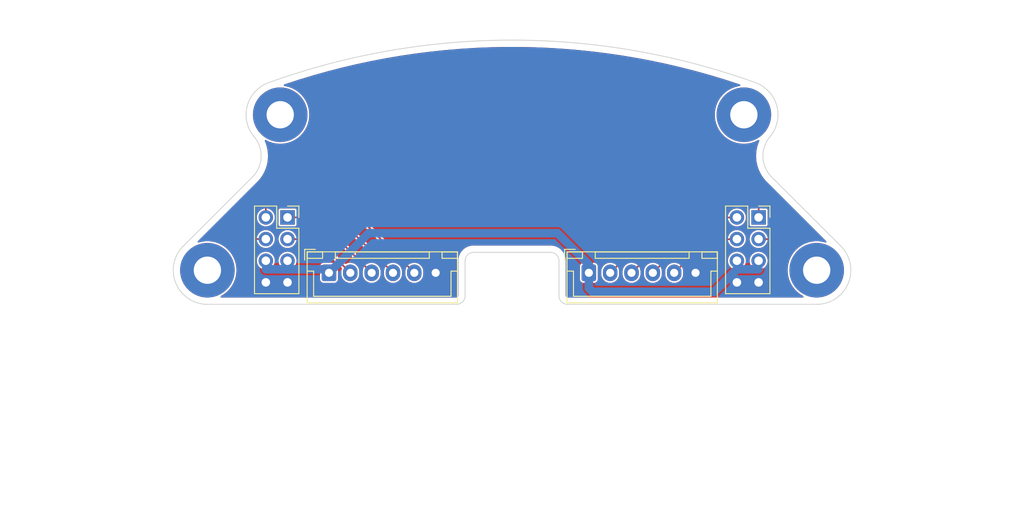
<source format=kicad_pcb>
(kicad_pcb (version 20240108) (generator "pcbnew") (generator_version "8.0")
  (layers (0 "F.Cu" signal) (31 "B.Cu" signal) (34 "B.Paste" user) (35 "F.Paste" user) (36 "B.SilkS" user "B.Silkscreen") (37 "F.SilkS" user "F.Silkscreen") (38 "B.Mask" user) (39 "F.Mask" user) (44 "Edge.Cuts" user))
  (net 0 "")
  (net 1 "GNDREF")
  (net 2 "/BL IN 1")
  (net 3 "/FR IN 1")
  (net 4 "/BR IN 2")
  (net 5 "/FL IN 2")
  (net 6 "/BR IN 1")
  (net 7 "/FL IN 1")
  (net 8 "/BL IN 2")
  (net 9 "/FR IN 2")
  (net 10 "+5V FILT")
  (footprint "MountingHole:MountingHole_3.2mm_M3_Pad" (layer "F.Cu") (at 172.878175 112.87767)
    (property "Reference" "H4" (hide yes))
    (property "Value" "MountingHole")
    (pad "1" thru_hole circle (at 0 0) (size 6.4 6.4) (drill 3.2) (layers "*.Cu" "*.Mask"))
  )
  (footprint "Connector_JST:JST_XH_B6B-XH-A_1x06_P2.50mm_Vertical" (layer "F.Cu") (at 115.730978 113.183123)
    (property "Reference" "J4" (hide yes))
    (property "Value" "Conn_01x06")
    (fp_line (start -2.85 -2.75) (end -2.85 -1.5) (stroke (width 0.12)) (layer "F.SilkS"))
    (fp_line (start -2.56 -2.46) (end -2.56 3.51) (stroke (width 0.12)) (layer "F.SilkS"))
    (fp_line (start -2.56 3.51) (end 15.06 3.51) (stroke (width 0.12)) (layer "F.SilkS"))
    (fp_line (start -2.55 -2.45) (end -2.55 -1.7) (stroke (width 0.12)) (layer "F.SilkS"))
    (fp_line (start -2.55 -1.7) (end -0.75 -1.7) (stroke (width 0.12)) (layer "F.SilkS"))
    (fp_line (start -2.55 -0.2) (end -1.8 -0.2) (stroke (width 0.12)) (layer "F.SilkS"))
    (fp_line (start -1.8 -0.2) (end -1.8 2.75) (stroke (width 0.12)) (layer "F.SilkS"))
    (fp_line (start -1.8 2.75) (end 6.25 2.75) (stroke (width 0.12)) (layer "F.SilkS"))
    (fp_line (start -1.6 -2.75) (end -2.85 -2.75) (stroke (width 0.12)) (layer "F.SilkS"))
    (fp_line (start -0.75 -2.45) (end -2.55 -2.45) (stroke (width 0.12)) (layer "F.SilkS"))
    (fp_line (start -0.75 -1.7) (end -0.75 -2.45) (stroke (width 0.12)) (layer "F.SilkS"))
    (fp_line (start 0.75 -2.45) (end 0.75 -1.7) (stroke (width 0.12)) (layer "F.SilkS"))
    (fp_line (start 0.75 -1.7) (end 11.75 -1.7) (stroke (width 0.12)) (layer "F.SilkS"))
    (fp_line (start 11.75 -2.45) (end 0.75 -2.45) (stroke (width 0.12)) (layer "F.SilkS"))
    (fp_line (start 11.75 -1.7) (end 11.75 -2.45) (stroke (width 0.12)) (layer "F.SilkS"))
    (fp_line (start 13.25 -2.45) (end 13.25 -1.7) (stroke (width 0.12)) (layer "F.SilkS"))
    (fp_line (start 13.25 -1.7) (end 15.05 -1.7) (stroke (width 0.12)) (layer "F.SilkS"))
    (fp_line (start 14.3 -0.2) (end 14.3 2.75) (stroke (width 0.12)) (layer "F.SilkS"))
    (fp_line (start 14.3 2.75) (end 6.25 2.75) (stroke (width 0.12)) (layer "F.SilkS"))
    (fp_line (start 15.05 -2.45) (end 13.25 -2.45) (stroke (width 0.12)) (layer "F.SilkS"))
    (fp_line (start 15.05 -1.7) (end 15.05 -2.45) (stroke (width 0.12)) (layer "F.SilkS"))
    (fp_line (start 15.05 -0.2) (end 14.3 -0.2) (stroke (width 0.12)) (layer "F.SilkS"))
    (fp_line (start 15.06 -2.46) (end -2.56 -2.46) (stroke (width 0.12)) (layer "F.SilkS"))
    (fp_line (start 15.06 3.51) (end 15.06 -2.46) (stroke (width 0.12)) (layer "F.SilkS"))
    (pad "1" thru_hole roundrect (at 0 0) (size 1.7 1.95) (drill 0.95) (layers "*.Cu" "*.Mask") (roundrect_rratio 0.147059) (net 10 "+5V FILT"))
    (pad "2" thru_hole oval (at 2.5 0) (size 1.7 1.95) (drill 0.95) (layers "*.Cu" "*.Mask") (net 4 "/BR IN 2"))
    (pad "3" thru_hole oval (at 5 0) (size 1.7 1.95) (drill 0.95) (layers "*.Cu" "*.Mask") (net 6 "/BR IN 1"))
    (pad "4" thru_hole oval (at 7.5 0) (size 1.7 1.95) (drill 0.95) (layers "*.Cu" "*.Mask") (net 8 "/BL IN 2"))
    (pad "5" thru_hole oval (at 10 0) (size 1.7 1.95) (drill 0.95) (layers "*.Cu" "*.Mask") (net 2 "/BL IN 1"))
    (pad "6" thru_hole oval (at 12.5 0) (size 1.7 1.95) (drill 0.95) (layers "*.Cu" "*.Mask") (net 1 "GNDREF"))
  )
  (footprint "Connector_PinSocket_2.54mm:PinSocket_2x04_P2.54mm_Vertical" (layer "F.Cu") (at 166.070978 106.683123)
    (property "Reference" "J1" (hide yes))
    (property "Value" "Power")
    (fp_line (start -3.87 -1.33) (end -3.87 8.95) (stroke (width 0.12)) (layer "F.SilkS"))
    (fp_line (start -3.87 -1.33) (end -1.27 -1.33) (stroke (width 0.12)) (layer "F.SilkS"))
    (fp_line (start -3.87 8.95) (end 1.33 8.95) (stroke (width 0.12)) (layer "F.SilkS"))
    (fp_line (start -1.27 -1.33) (end -1.27 1.27) (stroke (width 0.12)) (layer "F.SilkS"))
    (fp_line (start -1.27 1.27) (end 1.33 1.27) (stroke (width 0.12)) (layer "F.SilkS"))
    (fp_line (start 0 -1.33) (end 1.33 -1.33) (stroke (width 0.12)) (layer "F.SilkS"))
    (fp_line (start 1.33 -1.33) (end 1.33 0) (stroke (width 0.12)) (layer "F.SilkS"))
    (fp_line (start 1.33 1.27) (end 1.33 8.95) (stroke (width 0.12)) (layer "F.SilkS"))
    (pad "1" thru_hole rect (at 0 0) (size 1.7 1.7) (drill 1) (layers "*.Cu" "*.Mask") (net 3 "/FR IN 1"))
    (pad "2" thru_hole oval (at -2.54 0) (size 1.7 1.7) (drill 1) (layers "*.Cu" "*.Mask") (net 5 "/FL IN 2"))
    (pad "3" thru_hole oval (at 0 2.54) (size 1.7 1.7) (drill 1) (layers "*.Cu" "*.Mask") (net 9 "/FR IN 2"))
    (pad "4" thru_hole oval (at -2.54 2.54) (size 1.7 1.7) (drill 1) (layers "*.Cu" "*.Mask") (net 7 "/FL IN 1"))
    (pad "5" thru_hole oval (at 0 5.08) (size 1.7 1.7) (drill 1) (layers "*.Cu" "*.Mask") (net 10 "+5V FILT"))
    (pad "6" thru_hole oval (at -2.54 5.08) (size 1.7 1.7) (drill 1) (layers "*.Cu" "*.Mask") (net 10 "+5V FILT"))
    (pad "7" thru_hole oval (at 0 7.62) (size 1.7 1.7) (drill 1) (layers "*.Cu" "*.Mask") (net 1 "GNDREF"))
    (pad "8" thru_hole oval (at -2.54 7.62) (size 1.7 1.7) (drill 1) (layers "*.Cu" "*.Mask") (net 1 "GNDREF"))
  )
  (footprint "Connector_JST:JST_XH_B6B-XH-A_1x06_P2.50mm_Vertical" (layer "F.Cu") (at 146.180978 113.183123)
    (property "Reference" "J3" (hide yes))
    (property "Value" "Conn_01x06")
    (fp_line (start -2.85 -2.75) (end -2.85 -1.5) (stroke (width 0.12)) (layer "F.SilkS"))
    (fp_line (start -2.56 -2.46) (end -2.56 3.51) (stroke (width 0.12)) (layer "F.SilkS"))
    (fp_line (start -2.56 3.51) (end 15.06 3.51) (stroke (width 0.12)) (layer "F.SilkS"))
    (fp_line (start -2.55 -2.45) (end -2.55 -1.7) (stroke (width 0.12)) (layer "F.SilkS"))
    (fp_line (start -2.55 -1.7) (end -0.75 -1.7) (stroke (width 0.12)) (layer "F.SilkS"))
    (fp_line (start -2.55 -0.2) (end -1.8 -0.2) (stroke (width 0.12)) (layer "F.SilkS"))
    (fp_line (start -1.8 -0.2) (end -1.8 2.75) (stroke (width 0.12)) (layer "F.SilkS"))
    (fp_line (start -1.8 2.75) (end 6.25 2.75) (stroke (width 0.12)) (layer "F.SilkS"))
    (fp_line (start -1.6 -2.75) (end -2.85 -2.75) (stroke (width 0.12)) (layer "F.SilkS"))
    (fp_line (start -0.75 -2.45) (end -2.55 -2.45) (stroke (width 0.12)) (layer "F.SilkS"))
    (fp_line (start -0.75 -1.7) (end -0.75 -2.45) (stroke (width 0.12)) (layer "F.SilkS"))
    (fp_line (start 0.75 -2.45) (end 0.75 -1.7) (stroke (width 0.12)) (layer "F.SilkS"))
    (fp_line (start 0.75 -1.7) (end 11.75 -1.7) (stroke (width 0.12)) (layer "F.SilkS"))
    (fp_line (start 11.75 -2.45) (end 0.75 -2.45) (stroke (width 0.12)) (layer "F.SilkS"))
    (fp_line (start 11.75 -1.7) (end 11.75 -2.45) (stroke (width 0.12)) (layer "F.SilkS"))
    (fp_line (start 13.25 -2.45) (end 13.25 -1.7) (stroke (width 0.12)) (layer "F.SilkS"))
    (fp_line (start 13.25 -1.7) (end 15.05 -1.7) (stroke (width 0.12)) (layer "F.SilkS"))
    (fp_line (start 14.3 -0.2) (end 14.3 2.75) (stroke (width 0.12)) (layer "F.SilkS"))
    (fp_line (start 14.3 2.75) (end 6.25 2.75) (stroke (width 0.12)) (layer "F.SilkS"))
    (fp_line (start 15.05 -2.45) (end 13.25 -2.45) (stroke (width 0.12)) (layer "F.SilkS"))
    (fp_line (start 15.05 -1.7) (end 15.05 -2.45) (stroke (width 0.12)) (layer "F.SilkS"))
    (fp_line (start 15.05 -0.2) (end 14.3 -0.2) (stroke (width 0.12)) (layer "F.SilkS"))
    (fp_line (start 15.06 -2.46) (end -2.56 -2.46) (stroke (width 0.12)) (layer "F.SilkS"))
    (fp_line (start 15.06 3.51) (end 15.06 -2.46) (stroke (width 0.12)) (layer "F.SilkS"))
    (pad "1" thru_hole roundrect (at 0 0) (size 1.7 1.95) (drill 0.95) (layers "*.Cu" "*.Mask") (roundrect_rratio 0.147059) (net 10 "+5V FILT"))
    (pad "2" thru_hole oval (at 2.5 0) (size 1.7 1.95) (drill 0.95) (layers "*.Cu" "*.Mask") (net 9 "/FR IN 2"))
    (pad "3" thru_hole oval (at 5 0) (size 1.7 1.95) (drill 0.95) (layers "*.Cu" "*.Mask") (net 3 "/FR IN 1"))
    (pad "4" thru_hole oval (at 7.5 0) (size 1.7 1.95) (drill 0.95) (layers "*.Cu" "*.Mask") (net 5 "/FL IN 2"))
    (pad "5" thru_hole oval (at 10 0) (size 1.7 1.95) (drill 0.95) (layers "*.Cu" "*.Mask") (net 7 "/FL IN 1"))
    (pad "6" thru_hole oval (at 12.5 0) (size 1.7 1.95) (drill 0.95) (layers "*.Cu" "*.Mask") (net 1 "GNDREF"))
  )
  (footprint "MountingHole:MountingHole_3.2mm_M3_Pad" (layer "F.Cu") (at 110.01714 94.641476)
    (property "Reference" "H1" (hide yes))
    (property "Value" "MountingHole")
    (pad "1" thru_hole circle (at 0 0) (size 6.4 6.4) (drill 3.2) (layers "*.Cu" "*.Mask"))
  )
  (footprint "MountingHole:MountingHole_3.2mm_M3_Pad" (layer "F.Cu") (at 101.483781 112.87767)
    (property "Reference" "H3" (hide yes))
    (property "Value" "MountingHole")
    (pad "1" thru_hole circle (at 0 0) (size 6.4 6.4) (drill 3.2) (layers "*.Cu" "*.Mask"))
  )
  (footprint "Connector_PinSocket_2.54mm:PinSocket_2x04_P2.54mm_Vertical" (layer "F.Cu") (at 110.870978 106.683123)
    (property "Reference" "J2" (hide yes))
    (property "Value" "Signal")
    (fp_line (start -3.87 -1.33) (end -3.87 8.95) (stroke (width 0.12)) (layer "F.SilkS"))
    (fp_line (start -3.87 -1.33) (end -1.27 -1.33) (stroke (width 0.12)) (layer "F.SilkS"))
    (fp_line (start -3.87 8.95) (end 1.33 8.95) (stroke (width 0.12)) (layer "F.SilkS"))
    (fp_line (start -1.27 -1.33) (end -1.27 1.27) (stroke (width 0.12)) (layer "F.SilkS"))
    (fp_line (start -1.27 1.27) (end 1.33 1.27) (stroke (width 0.12)) (layer "F.SilkS"))
    (fp_line (start 0 -1.33) (end 1.33 -1.33) (stroke (width 0.12)) (layer "F.SilkS"))
    (fp_line (start 1.33 -1.33) (end 1.33 0) (stroke (width 0.12)) (layer "F.SilkS"))
    (fp_line (start 1.33 1.27) (end 1.33 8.95) (stroke (width 0.12)) (layer "F.SilkS"))
    (pad "1" thru_hole rect (at 0 0) (size 1.7 1.7) (drill 1) (layers "*.Cu" "*.Mask") (net 6 "/BR IN 1"))
    (pad "2" thru_hole oval (at -2.54 0) (size 1.7 1.7) (drill 1) (layers "*.Cu" "*.Mask") (net 8 "/BL IN 2"))
    (pad "3" thru_hole oval (at 0 2.54) (size 1.7 1.7) (drill 1) (layers "*.Cu" "*.Mask") (net 4 "/BR IN 2"))
    (pad "4" thru_hole oval (at -2.54 2.54) (size 1.7 1.7) (drill 1) (layers "*.Cu" "*.Mask") (net 2 "/BL IN 1"))
    (pad "5" thru_hole oval (at 0 5.08) (size 1.7 1.7) (drill 1) (layers "*.Cu" "*.Mask") (net 10 "+5V FILT"))
    (pad "6" thru_hole oval (at -2.54 5.08) (size 1.7 1.7) (drill 1) (layers "*.Cu" "*.Mask") (net 10 "+5V FILT"))
    (pad "7" thru_hole oval (at 0 7.62) (size 1.7 1.7) (drill 1) (layers "*.Cu" "*.Mask") (net 1 "GNDREF"))
    (pad "8" thru_hole oval (at -2.54 7.62) (size 1.7 1.7) (drill 1) (layers "*.Cu" "*.Mask") (net 1 "GNDREF"))
  )
  (footprint "" (layer "F.Cu") (at 137.130976 95.458119 180)
    (property "Reference" "" (hide yes))
    (property "Value" "")
    (pad "3" smd custom (at 0 0) (size 1.524 1.524) (layers "F.Cu" "F.Paste" "F.Mask") (options (clearance outline) (anchor circle)) (primitives (gr_poly (pts (xy -1.143 -0.381) (xy -1.127161 -0.489713) (xy -1.072076 -0.60239) (xy -0.98339 -0.691076) (xy -0.870713 -0.746161) (xy -0.762 -0.762) (xy 0.762 -0.762) (xy 0.870713 -0.746161) (xy 0.98339 -0.691076) (xy 1.072076 -0.60239) (xy 1.127161 -0.489713) (xy 1.143 -0.381) (xy 1.143 0.381) (xy 1.127161 0.489713) (xy 1.072076 0.60239) (xy 0.98339 0.691076) (xy 0.870713 0.746161) (xy 0.762 0.762) (xy -0.762 0.762) (xy -0.870713 0.746161) (xy -0.98339 0.691076) (xy -1.072076 0.60239) (xy -1.127161 0.489713) (xy -1.143 0.381)) (width 0) (fill yes)) (gr_poly (pts (xy 0.436005 -4.616177) (xy 0.816942 -4.587211) (xy 1.192339 -4.539511) (xy 1.561726 -4.473548) (xy 1.92463 -4.389793) (xy 2.280582 -4.288717) (xy 2.629109 -4.170792) (xy 2.96974 -4.036488) (xy 3.302004 -3.886278) (xy 3.625431 -3.720632) (xy 3.939548 -3.540021) (xy 4.243884 -3.344918) (xy 4.537968 -3.135792) (xy 4.821329 -2.913115) (xy 5.093496 -2.67736) (xy 5.353996 -2.428996) (xy 5.60236 -2.168495) (xy 5.838116 -1.896328) (xy 6.060793 -1.612967) (xy 6.269918 -1.318883) (xy 6.465022 -1.014547) (xy 6.645633 -0.70043) (xy 6.811279 -0.377004) (xy 6.961489 -0.044739) (xy 7.095793 0.295892) (xy 7.213718 0.644419) (xy 7.314794 1.00037) (xy 7.398549 1.363275) (xy 7.464512 1.732662) (xy 7.512212 2.108059) (xy 7.541178 2.488996) (xy 7.550938 2.875001) (xy 7.541178 3.261005) (xy 7.512212 3.641942) (xy 7.464512 4.017339) (xy 7.398549 4.386726) (xy 7.314794 4.74963) (xy 7.213718 5.105582) (xy 7.095793 5.454109) (xy 6.961489 5.79474) (xy 6.811279 6.127004) (xy 6.645633 6.450431) (xy 6.465022 6.764548) (xy 6.269918 7.068884) (xy 6.060793 7.362968) (xy 5.838116 7.646329) (xy 5.60236 7.918496) (xy 5.353996 8.178996) (xy 5.093496 8.42736) (xy 4.821329 8.663116) (xy 4.537968 8.885793) (xy 4.243884 9.094918) (xy 3.939548 9.290022) (xy 3.625431 9.470633) (xy 3.302004 9.636279) (xy 2.96974 9.786489) (xy 2.629109 9.920793) (xy 2.280582 10.038718) (xy 1.92463 10.139794) (xy 1.561726 10.223549) (xy 1.192339 10.289512) (xy 0.816942 10.337212) (xy 0.436005 10.366178) (xy 0.050001 10.375938) (xy -0.336004 10.366178) (xy -0.716941 10.337212) (xy -1.092338 10.289512) (xy -1.461725 10.223549) (xy -1.82463 10.139794) (xy -2.180581 10.038718) (xy -2.529108 9.920793) (xy -2.86974 9.786489) (xy -3.202004 9.636279) (xy -3.52543 9.470633) (xy -3.839547 9.290022) (xy -4.143883 9.094918) (xy -4.437967 8.885793) (xy -4.721328 8.663116) (xy -4.993495 8.42736) (xy -5.253996 8.178996) (xy -5.50236 7.918496) (xy -5.738116 7.646329) (xy -5.960792 7.362968) (xy -6.169918 7.068884) (xy -6.365021 6.764548) (xy -6.545632 6.450431) (xy -6.711278 6.127004) (xy -6.861488 5.79474) (xy -6.995792 5.454109) (xy -7.113717 5.105582) (xy -7.214793 4.74963) (xy -7.298548 4.386726) (xy -7.364511 4.017339) (xy -7.412211 3.641942) (xy -7.441177 3.261005) (xy -7.450937 2.875001) (xy -7.441177 2.488996) (xy -7.412211 2.108059) (xy -7.364511 1.732662) (xy -7.298548 1.363275) (xy -7.214793 1.00037) (xy -7.113717 0.644419) (xy -6.995792 0.295892) (xy -6.861488 -0.04474) (xy -6.711278 -0.377004) (xy -6.58404 -0.625437) (xy -5.450687 -0.625437) (xy -0.450062 7.375563) (xy 0.550063 7.375563) (xy 5.550688 -0.625438) (xy 1.050125 3.16448) (xy 0.050001 4.849135) (xy -0.950125 3.16448) (xy -5.450687 -0.625437) (xy -6.58404 -0.625437) (xy -6.545632 -0.70043) (xy -6.365021 -1.014547) (xy -6.169918 -1.318883) (xy -5.960792 -1.612967) (xy -5.738116 -1.896328) (xy -5.50236 -2.168495) (xy -5.253996 -2.428996) (xy -4.993495 -2.67736) (xy -4.721328 -2.913116) (xy -4.437967 -3.135792) (xy -4.143883 -3.344918) (xy -3.839547 -3.540021) (xy -3.52543 -3.720632) (xy -3.202004 -3.886278) (xy -2.86974 -4.036488) (xy -2.529108 -4.170792) (xy -2.180581 -4.288717) (xy -1.82463 -4.389793) (xy -1.461725 -4.473548) (xy -1.092338 -4.539511) (xy -0.716941 -4.587211) (xy -0.336004 -4.616177) (xy 0.050001 -4.625937)) (width 0) (fill yes))))
  )
  (footprint "MountingHole:MountingHole_3.2mm_M3_Pad" (layer "F.Cu") (at 164.344816 94.641476)
    (property "Reference" "H2" (hide yes))
    (property "Value" "MountingHole")
    (pad "1" thru_hole circle (at 0 0) (size 6.4 6.4) (drill 3.2) (layers "*.Cu" "*.Mask"))
  )
  (gr_arc (start 106.957993 97.218608) (mid 106.153787 93.604896) (end 108.658946 90.879117) (stroke (width 0.1)) (layer "Edge.Cuts"))
  (gr_arc (start 143.680976 116.877666) (mid 142.973869 116.584773) (end 142.680976 115.877666) (stroke (width 0.1)) (layer "Edge.Cuts"))
  (gr_line (start 131.680976 115.877666) (end 131.680976 111.777666) (stroke (width 0.1)) (layer "Edge.Cuts"))
  (gr_arc (start 167.605837 101.948476) (mid 166.583898 99.622853) (end 167.403959 97.218608) (stroke (width 0.1)) (layer "Edge.Cuts"))
  (gr_arc (start 141.680976 110.777666) (mid 142.388083 111.070559) (end 142.680976 111.777666) (stroke (width 0.1)) (layer "Edge.Cuts"))
  (gr_line (start 142.680976 111.777666) (end 142.680976 115.877666) (stroke (width 0.1)) (layer "Edge.Cuts"))
  (gr_arc (start 131.680976 115.877666) (mid 131.388083 116.584773) (end 130.680976 116.877666) (stroke (width 0.1)) (layer "Edge.Cuts"))
  (gr_line (start 143.680976 116.877666) (end 172.878173 116.877666) (stroke (width 0.1)) (layer "Edge.Cuts"))
  (gr_arc (start 165.703006 90.879117) (mid 168.208172 93.604894) (end 167.403959 97.218608) (stroke (width 0.1)) (layer "Edge.Cuts"))
  (gr_line (start 175.7066 110.049239) (end 167.605837 101.948476) (stroke (width 0.1)) (layer "Edge.Cuts"))
  (gr_arc (start 108.658946 90.879117) (mid 137.180976 85.888571) (end 165.703006 90.879117) (stroke (width 0.1)) (layer "Edge.Cuts"))
  (gr_arc (start 131.680976 111.777666) (mid 131.973869 111.070559) (end 132.680976 110.777666) (stroke (width 0.1)) (layer "Edge.Cuts"))
  (gr_arc (start 101.483779 116.877666) (mid 97.788258 114.4084) (end 98.655352 110.049239) (stroke (width 0.1)) (layer "Edge.Cuts"))
  (gr_line (start 106.756115 101.948476) (end 98.655352 110.049239) (stroke (width 0.1)) (layer "Edge.Cuts"))
  (gr_arc (start 175.7066 110.049239) (mid 176.573691 114.4084) (end 172.878173 116.877666) (stroke (width 0.1)) (layer "Edge.Cuts"))
  (gr_line (start 101.483779 116.877666) (end 130.680976 116.877666) (stroke (width 0.1)) (layer "Edge.Cuts"))
  (gr_arc (start 106.957993 97.218608) (mid 107.778059 99.622853) (end 106.756115 101.948476) (stroke (width 0.1)) (layer "Edge.Cuts"))
  (gr_line (start 132.680976 110.777666) (end 141.680976 110.777666) (stroke (width 0.1)) (layer "Edge.Cuts"))
  (segment (start 108.180978 103.658123) (end 116.210978 103.658123) (width 0.2) (layer "F.Cu") (net 2))
  (segment (start 116.210978 103.658123) (end 125.720978 113.168123) (width 0.2) (layer "F.Cu") (net 2))
  (segment (start 106.120978 105.718123) (end 108.180978 103.658123) (width 0.2) (layer "F.Cu") (net 2))
  (segment (start 108.330978 109.223123) (end 106.845978 109.223123) (width 0.2) (layer "F.Cu") (net 2))
  (segment (start 106.845978 109.223123) (end 106.120978 108.498123) (width 0.2) (layer "F.Cu") (net 2))
  (segment (start 106.120978 108.498123) (end 106.120978 105.718123) (width 0.2) (layer "F.Cu") (net 2))
  (segment (start 166.080978 105.258123) (end 165.840978 105.018123) (width 0.2) (layer "F.Cu") (net 3))
  (segment (start 159.350978 105.018123) (end 151.190978 113.178123) (width 0.2) (layer "F.Cu") (net 3))
  (segment (start 166.080978 105.868123) (end 166.080978 105.258123) (width 0.2) (layer "F.Cu") (net 3))
  (segment (start 165.840978 105.018123) (end 159.350978 105.018123) (width 0.2) (layer "F.Cu") (net 3))
  (segment (start 110.880978 109.233123) (end 114.285978 109.233123) (width 0.2) (layer "F.Cu") (net 4))
  (segment (start 114.285978 109.233123) (end 118.220978 113.168123) (width 0.2) (layer "F.Cu") (net 4))
  (segment (start 110.870978 109.223123) (end 110.880978 109.233123) (width 0.2) (layer "F.Cu") (net 4))
  (segment (start 160.175978 106.693123) (end 153.690978 113.178123) (width 0.2) (layer "F.Cu") (net 5))
  (segment (start 163.540978 106.693123) (end 160.175978 106.693123) (width 0.2) (layer "F.Cu") (net 5))
  (segment (start 114.235978 106.683123) (end 120.720978 113.168123) (width 0.2) (layer "F.Cu") (net 6))
  (segment (start 110.870978 106.683123) (end 114.235978 106.683123) (width 0.2) (layer "F.Cu") (net 6))
  (segment (start 163.530978 109.243123) (end 160.125978 109.243123) (width 0.2) (layer "F.Cu") (net 7))
  (segment (start 160.125978 109.243123) (end 156.190978 113.178123) (width 0.2) (layer "F.Cu") (net 7))
  (segment (start 108.655978 105.008123) (end 115.060978 105.008123) (width 0.2) (layer "F.Cu") (net 8))
  (segment (start 115.060978 105.008123) (end 123.220978 113.168123) (width 0.2) (layer "F.Cu") (net 8))
  (segment (start 108.330978 105.333123) (end 108.655978 105.008123) (width 0.2) (layer "F.Cu") (net 8))
  (segment (start 108.330978 106.683123) (end 108.330978 105.333123) (width 0.2) (layer "F.Cu") (net 8))
  (segment (start 168.290978 108.508123) (end 168.290978 105.728123) (width 0.2) (layer "F.Cu") (net 9))
  (segment (start 168.290978 105.728123) (end 166.230978 103.668123) (width 0.2) (layer "F.Cu") (net 9))
  (segment (start 166.080978 109.233123) (end 167.565978 109.233123) (width 0.2) (layer "F.Cu") (net 9))
  (segment (start 158.200978 103.668123) (end 148.690978 113.178123) (width 0.2) (layer "F.Cu") (net 9))
  (segment (start 166.230978 103.668123) (end 158.200978 103.668123) (width 0.2) (layer "F.Cu") (net 9))
  (segment (start 167.565978 109.233123) (end 168.290978 108.508123) (width 0.2) (layer "F.Cu") (net 9))
  (segment (start 160.885978 115.408123) (end 146.605978 115.408123) (width 1) (layer "B.Cu") (net 10))
  (segment (start 146.180978 112.208123) (end 146.180978 113.183123) (width 1) (layer "B.Cu") (net 10))
  (segment (start 120.380978 108.533123) (end 142.505978 108.533123) (width 1) (layer "B.Cu") (net 10))
  (segment (start 108.330978 112.763123) (end 110.870978 112.763123) (width 1) (layer "B.Cu") (net 10))
  (segment (start 166.070978 112.763123) (end 163.530978 112.763123) (width 1) (layer "B.Cu") (net 10))
  (segment (start 110.870978 112.763123) (end 115.310978 112.763123) (width 1) (layer "B.Cu") (net 10))
  (segment (start 115.730978 113.183123) (end 120.380978 108.533123) (width 1) (layer "B.Cu") (net 10))
  (segment (start 163.530978 112.763123) (end 160.885978 115.408123) (width 1) (layer "B.Cu") (net 10))
  (segment (start 115.310978 112.763123) (end 115.730978 113.183123) (width 1) (layer "B.Cu") (net 10))
  (segment (start 146.605978 115.408123) (end 146.180978 114.983123) (width 1) (layer "B.Cu") (net 10))
  (segment (start 142.505978 108.533123) (end 146.180978 112.208123) (width 1) (layer "B.Cu") (net 10))
  (segment (start 146.180978 114.983123) (end 146.180978 113.183123) (width 1) (layer "B.Cu") (net 10))
  (zone (net 1) (net_name "GNDREF") (layers "F&B.Cu") (connect_pads yes (clearance 0.2)) (min_thickness 0.2) (fill yes (thermal_gap 0.5) (thermal_bridge_width 0.5) (smoothing fillet) (radius 0.2))
    (polygon (pts (xy 77.180978 81.183123) (xy 77.180978 141.183123) (xy 197.180978 141.383123) (xy 197.180978 81.383123)))
  )
)
</source>
